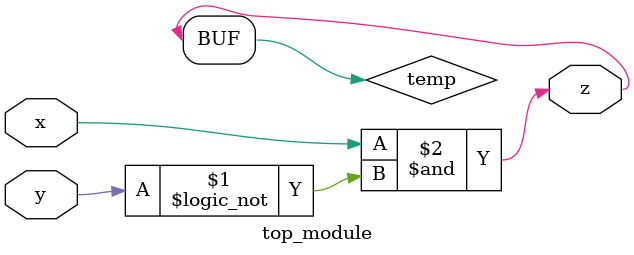
<source format=sv>
module top_module(
    input x,
    input y,
    output z);
    
    wire temp;
    
    assign temp = x & !y;
    assign z = temp;
    
endmodule

</source>
